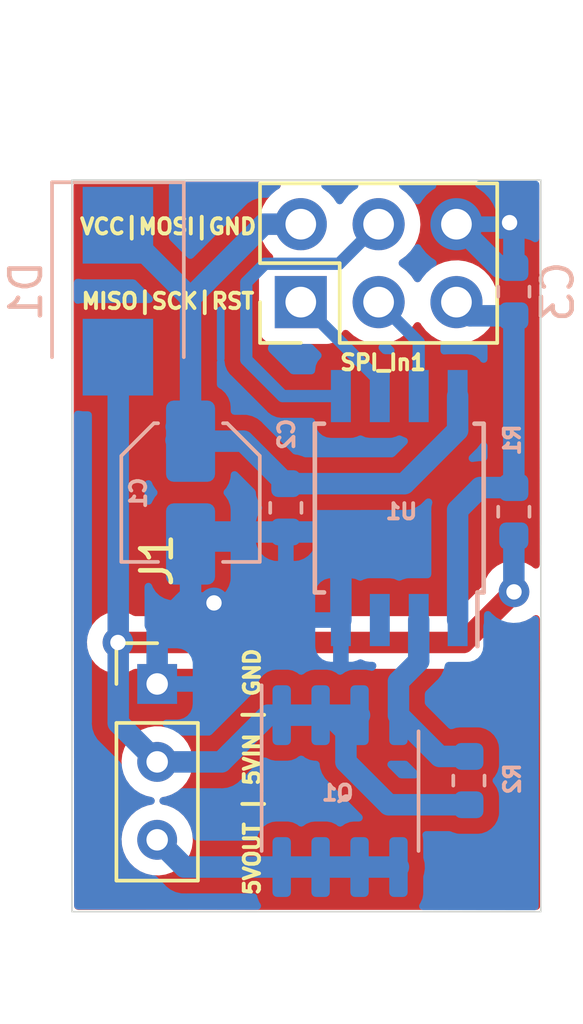
<source format=kicad_pcb>
(kicad_pcb (version 20210722) (generator pcbnew)
  (layers (0 "F.Cu" signal) (31 "B.Cu" signal) (34 "B.Paste" user) (35 "F.Paste" user) (36 "B.SilkS" user "B.Silkscreen") (37 "F.SilkS" user "F.Silkscreen") (38 "B.Mask" user) (39 "F.Mask" user) (44 "Edge.Cuts" user))
  (net 0 "")
  (net 1 "Net-(C1-Pad1)")
  (net 2 "Net-(J1-Pad3)")
  (net 3 "Net-(SPI_In1-Pad1)")
  (net 4 "Net-(SPI_In1-Pad3)")
  (net 5 "Net-(U1-Pad3)")
  (net 6 "Net-(Q1-Pad2)")
  (net 7 "Net-(SPI_In1-Pad4)")
  (net 8 "GND")
  (net 9 "Net-(C3-Pad1)")
  (net 10 "Net-(D1-Pad2)")
  (footprint "Connector_PinHeader_2.54mm:PinHeader_1x03_P2.54mm_Vertical" (layer "F.Cu") (at 117.0305 95.377)
    (fp_text reference "J1" (at -0.0105 -4.037 90) (layer "F.SilkS"))
    (fp_text value "Conn_01x03")
    (fp_line (start -1.33 1.27) (end 1.33 1.27) (layer "F.SilkS") (width 0.12))
    (fp_line (start -1.33 -1.33) (end 0 -1.33) (layer "F.SilkS") (width 0.12))
    (fp_line (start 1.33 1.27) (end 1.33 6.41) (layer "F.SilkS") (width 0.12))
    (fp_line (start -1.33 0) (end -1.33 -1.33) (layer "F.SilkS") (width 0.12))
    (fp_line (start -1.33 6.41) (end 1.33 6.41) (layer "F.SilkS") (width 0.12))
    (fp_line (start -1.33 1.27) (end -1.33 6.41) (layer "F.SilkS") (width 0.12))
    (pad "1" thru_hole rect locked (at 0 0) (size 1.3 1.3) (drill 0.7) (layers *.Cu *.Mask) (net 8 "GND"))
    (pad "2" thru_hole oval locked (at 0 2.54) (size 1.3 1.3) (drill 0.7) (layers *.Cu *.Mask) (net 10 "Net-(D1-Pad2)"))
    (pad "3" thru_hole oval locked (at 0 5.08) (size 1.3 1.3) (drill 0.7) (layers *.Cu *.Mask) (net 2 "Net-(J1-Pad3)"))
  )
  (footprint "Connector_PinHeader_2.54mm:PinHeader_2x03_P2.54mm_Vertical" (layer "F.Cu") (at 121.7168 82.931 90)
    (fp_text reference "SPI_In1" (at -1.969 2.6832 180) (layer "F.SilkS") (effects (font (size 0.5 0.5) (thickness 0.125))))
    (fp_text value "Conn_02x03_Odd_Even")
    (fp_line (start -1.33 0) (end -1.33 -1.33) (layer "F.SilkS") (width 0.12))
    (fp_line (start -1.33 -1.33) (end 0 -1.33) (layer "F.SilkS") (width 0.12))
    (fp_line (start 3.87 -1.33) (end 3.87 6.41) (layer "F.SilkS") (width 0.12))
    (fp_line (start 1.27 1.27) (end 1.27 -1.33) (layer "F.SilkS") (width 0.12))
    (fp_line (start -1.33 1.27) (end 1.27 1.27) (layer "F.SilkS") (width 0.12))
    (fp_line (start -1.33 6.41) (end 3.87 6.41) (layer "F.SilkS") (width 0.12))
    (fp_line (start -1.33 1.27) (end -1.33 6.41) (layer "F.SilkS") (width 0.12))
    (fp_line (start 1.27 -1.33) (end 3.87 -1.33) (layer "F.SilkS") (width 0.12))
    (pad "1" thru_hole rect locked (at 0 0 90) (size 1.7 1.7) (drill 1) (layers *.Cu *.Mask) (net 3 "Net-(SPI_In1-Pad1)"))
    (pad "2" thru_hole oval locked (at 2.54 0 90) (size 1.7 1.7) (drill 1) (layers *.Cu *.Mask) (net 1 "Net-(C1-Pad1)"))
    (pad "3" thru_hole oval locked (at 0 2.54 90) (size 1.7 1.7) (drill 1) (layers *.Cu *.Mask) (net 4 "Net-(SPI_In1-Pad3)"))
    (pad "4" thru_hole oval locked (at 2.54 2.54 90) (size 1.7 1.7) (drill 1) (layers *.Cu *.Mask) (net 7 "Net-(SPI_In1-Pad4)"))
    (pad "5" thru_hole oval locked (at 0 5.08 90) (size 1.7 1.7) (drill 1) (layers *.Cu *.Mask) (net 9 "Net-(C3-Pad1)"))
    (pad "6" thru_hole oval locked (at 2.54 5.08 90) (size 1.7 1.7) (drill 1) (layers *.Cu *.Mask) (net 8 "GND"))
  )
  (footprint "Package_SO:SOIC-8_3.9x4.9mm_P1.27mm" (layer "B.Cu") (at 122.9995 98.8695 -90)
    (fp_text reference "Q1" (at 0.0605 0.0795 180) (layer "B.SilkS") (effects (font (size 0.5 0.5) (thickness 0.125)) (justify mirror)))
    (fp_text value "IRF7204_jandevalua")
    (fp_line (start 0 2.56) (end -3.45 2.56) (layer "B.SilkS") (width 0.12))
    (fp_line (start 0 -2.56) (end 1.95 -2.56) (layer "B.SilkS") (width 0.12))
    (fp_line (start 0 2.56) (end 1.95 2.56) (layer "B.SilkS") (width 0.12))
    (fp_line (start 0 -2.56) (end -1.95 -2.56) (layer "B.SilkS") (width 0.12))
    (pad "1" smd roundrect locked (at -2.475 0.635 270) (size 1.95 0.6) (layers "B.Cu" "B.Paste" "B.Mask") (net 10 "Net-(D1-Pad2)"))
    (pad "1" smd roundrect locked (at -2.475 -0.635 270) (size 1.95 0.6) (layers "B.Cu" "B.Paste" "B.Mask") (net 10 "Net-(D1-Pad2)"))
    (pad "1" smd roundrect locked (at -2.475 1.905 270) (size 1.95 0.6) (layers "B.Cu" "B.Paste" "B.Mask") (net 10 "Net-(D1-Pad2)"))
    (pad "2" smd roundrect locked (at -2.475 -1.905 270) (size 1.95 0.6) (layers "B.Cu" "B.Paste" "B.Mask") (net 6 "Net-(Q1-Pad2)"))
    (pad "3" smd roundrect locked (at 2.475 -1.905 270) (size 1.95 0.6) (layers "B.Cu" "B.Paste" "B.Mask") (net 2 "Net-(J1-Pad3)"))
    (pad "3" smd roundrect locked (at 2.475 -0.635 270) (size 1.95 0.6) (layers "B.Cu" "B.Paste" "B.Mask") (net 2 "Net-(J1-Pad3)"))
    (pad "3" smd roundrect locked (at 2.475 1.905 270) (size 1.95 0.6) (layers "B.Cu" "B.Paste" "B.Mask") (net 2 "Net-(J1-Pad3)"))
    (pad "3" smd roundrect locked (at 2.475 0.635 270) (size 1.95 0.6) (layers "B.Cu" "B.Paste" "B.Mask") (net 2 "Net-(J1-Pad3)"))
  )
  (footprint "Resistor_SMD:R_0603_1608Metric" (layer "B.Cu") (at 128.669514 89.763375 90)
    (fp_text reference "R1" (at 2.3402 -0.0536 90) (layer "B.SilkS") (effects (font (size 0.5 0.5) (thickness 0.125)) (justify mirror)))
    (fp_text value "5.6K")
    (fp_line (start -0.162779 -0.51) (end 0.162779 -0.51) (layer "B.SilkS") (width 0.12))
    (fp_line (start -0.162779 0.51) (end 0.162779 0.51) (layer "B.SilkS") (width 0.12))
    (pad "1" smd roundrect locked (at -0.7875 0 90) (size 0.875 0.95) (layers "B.Cu" "B.Paste" "B.Mask") (net 10 "Net-(D1-Pad2)"))
    (pad "2" smd roundrect locked (at 0.7875 0 90) (size 0.875 0.95) (layers "B.Cu" "B.Paste" "B.Mask") (net 9 "Net-(C3-Pad1)"))
  )
  (footprint "Resistor_SMD:R_0603_1608Metric" (layer "B.Cu") (at 127.2032 98.5266 -90)
    (fp_text reference "R2" (at -0.0566 -1.4168 90) (layer "B.SilkS") (effects (font (size 0.5 0.5) (thickness 0.125)) (justify mirror)))
    (fp_text value "5.6K")
    (fp_line (start -0.162779 0.51) (end 0.162779 0.51) (layer "B.SilkS") (width 0.12))
    (fp_line (start -0.162779 -0.51) (end 0.162779 -0.51) (layer "B.SilkS") (width 0.12))
    (pad "1" smd roundrect locked (at -0.7875 0 270) (size 0.875 0.95) (layers "B.Cu" "B.Paste" "B.Mask") (net 6 "Net-(Q1-Pad2)"))
    (pad "2" smd roundrect locked (at 0.7875 0 270) (size 0.875 0.95) (layers "B.Cu" "B.Paste" "B.Mask") (net 10 "Net-(D1-Pad2)"))
  )
  (footprint "Package_SO:SOIJ-8_5.3x5.3mm_P1.27mm" (layer "B.Cu") (at 124.930312 89.643416 90)
    (fp_text reference "U1" (at -0.1142 0.072 180) (layer "B.SilkS") (effects (font (size 0.5 0.5) (thickness 0.125)) (justify mirror)))
    (fp_text value "ATtiny13A-SU")
    (fp_line (start -2.75 2.755) (end -2.75 2.55) (layer "B.SilkS") (width 0.15))
    (fp_line (start 2.75 2.755) (end 2.75 2.455) (layer "B.SilkS") (width 0.15))
    (fp_line (start -2.75 -2.755) (end -2.75 -2.455) (layer "B.SilkS") (width 0.15))
    (fp_line (start 2.75 -2.755) (end 2.75 -2.455) (layer "B.SilkS") (width 0.15))
    (fp_line (start -2.75 2.55) (end -4.5 2.55) (layer "B.SilkS") (width 0.15))
    (fp_line (start -2.75 -2.755) (end 2.75 -2.755) (layer "B.SilkS") (width 0.15))
    (fp_line (start -2.75 2.755) (end 2.75 2.755) (layer "B.SilkS") (width 0.15))
    (pad "1" smd rect locked (at -3.65 1.905 90) (size 1.7 0.65) (layers "B.Cu" "B.Paste" "B.Mask") (net 9 "Net-(C3-Pad1)"))
    (pad "2" smd rect locked (at -3.65 0.635 90) (size 1.7 0.65) (layers "B.Cu" "B.Paste" "B.Mask") (net 6 "Net-(Q1-Pad2)"))
    (pad "3" smd rect locked (at -3.65 -0.635 90) (size 1.7 0.65) (layers "B.Cu" "B.Paste" "B.Mask") (net 5 "Net-(U1-Pad3)"))
    (pad "4" smd rect locked (at -3.65 -1.905 90) (size 1.7 0.65) (layers "B.Cu" "B.Paste" "B.Mask") (net 8 "GND"))
    (pad "5" smd rect locked (at 3.65 -1.905 90) (size 1.7 0.65) (layers "B.Cu" "B.Paste" "B.Mask") (net 7 "Net-(SPI_In1-Pad4)"))
    (pad "6" smd rect locked (at 3.65 -0.635 90) (size 1.7 0.65) (layers "B.Cu" "B.Paste" "B.Mask") (net 3 "Net-(SPI_In1-Pad1)"))
    (pad "7" smd rect locked (at 3.65 0.635 90) (size 1.7 0.65) (layers "B.Cu" "B.Paste" "B.Mask") (net 4 "Net-(SPI_In1-Pad3)"))
    (pad "8" smd rect locked (at 3.65 1.905 90) (size 1.7 0.65) (layers "B.Cu" "B.Paste" "B.Mask") (net 1 "Net-(C1-Pad1)"))
  )
  (footprint "Capacitor_SMD:C_0603_1608Metric" (layer "B.Cu") (at 121.229135 89.635867 -90)
    (fp_text reference "C2" (at -2.3987 -0.0236 90) (layer "B.SilkS") (effects (font (size 0.5 0.5) (thickness 0.125)) (justify mirror)))
    (fp_text value "0.1")
    (fp_line (start -0.162779 0.51) (end 0.162779 0.51) (layer "B.SilkS") (width 0.12))
    (fp_line (start -0.162779 -0.51) (end 0.162779 -0.51) (layer "B.SilkS") (width 0.12))
    (pad "1" smd roundrect locked (at -0.7875 0 270) (size 0.875 0.95) (layers "B.Cu" "B.Paste" "B.Mask") (net 1 "Net-(C1-Pad1)"))
    (pad "2" smd roundrect locked (at 0.7875 0 270) (size 0.875 0.95) (layers "B.Cu" "B.Paste" "B.Mask") (net 8 "GND"))
  )
  (footprint "Capacitor_SMD:C_0603_1608Metric" (layer "B.Cu") (at 128.67 82.59 90)
    (fp_text reference "C3" (at 0 1.43 90) (layer "B.SilkS") (effects (justify mirror)))
    (fp_text value "0.01")
    (fp_line (start -0.162779 -0.51) (end 0.162779 -0.51) (layer "B.SilkS") (width 0.12))
    (fp_line (start -0.162779 0.51) (end 0.162779 0.51) (layer "B.SilkS") (width 0.12))
    (pad "1" smd roundrect locked (at -0.7875 0 90) (size 0.875 0.95) (layers "B.Cu" "B.Paste" "B.Mask") (net 9 "Net-(C3-Pad1)"))
    (pad "2" smd roundrect locked (at 0.7875 0 90) (size 0.875 0.95) (layers "B.Cu" "B.Paste" "B.Mask") (net 8 "GND"))
  )
  (footprint "Diode_SMD:D_SMB" (layer "B.Cu") (at 115.75 82.575 -90)
    (fp_text reference "D1" (at 0 3 90) (layer "B.SilkS") (effects (justify mirror)))
    (fp_text value "D")
    (fp_line (start -3.55 -2.15) (end 2.15 -2.15) (layer "B.SilkS") (width 0.12))
    (fp_line (start -3.55 2.15) (end -3.55 -2.15) (layer "B.SilkS") (width 0.12))
    (fp_line (start -3.55 2.15) (end 2.15 2.15) (layer "B.SilkS") (width 0.12))
    (pad "1" smd rect locked (at -2.15 0 270) (size 2.5 2.3) (layers "B.Cu" "B.Paste" "B.Mask") (net 1 "Net-(C1-Pad1)"))
    (pad "2" smd rect locked (at 2.15 0 270) (size 2.5 2.3) (layers "B.Cu" "B.Paste" "B.Mask") (net 10 "Net-(D1-Pad2)"))
  )
  (footprint "Capacitor_SMD:C_Elec_4x5.4" (layer "B.Cu") (at 118.119675 89.138517 -90)
    (fp_text reference "C1" (at 0.0168 1.704 90) (layer "B.SilkS") (effects (font (size 0.5 0.5) (thickness 0.125)) (justify mirror)))
    (fp_text value "10")
    (fp_line (start 2.26 -2.26) (end 2.26 -1.06) (layer "B.SilkS") (width 0.12))
    (fp_line (start -1.195563 -2.26) (end 2.26 -2.26) (layer "B.SilkS") (width 0.12))
    (fp_line (start -1.195563 2.26) (end 2.26 2.26) (layer "B.SilkS") (width 0.12))
    (fp_line (start -2.26 -1.195563) (end -1.195563 -2.26) (layer "B.SilkS") (width 0.12))
    (fp_line (start -2.26 -1.195563) (end -2.26 -1.06) (layer "B.SilkS") (width 0.12))
    (fp_line (start -2.26 1.195563) (end -2.26 1.06) (layer "B.SilkS") (width 0.12))
    (fp_line (start -2.26 1.195563) (end -1.195563 2.26) (layer "B.SilkS") (width 0.12))
    (fp_line (start 2.26 2.26) (end 2.26 1.06) (layer "B.SilkS") (width 0.12))
    (pad "1" smd roundrect locked (at -1.675 0 270) (size 2.65 1.6) (layers "B.Cu" "B.Paste" "B.Mask") (roundrect_rratio 0.15625) (net 1 "Net-(C1-Pad1)"))
    (pad "2" smd roundrect locked (at 1.675 0 270) (size 2.65 1.6) (layers "B.Cu" "B.Paste" "B.Mask") (roundrect_rratio 0.15625) (net 8 "GND"))
  )
  (gr_rect (start 114.25 78.95) (end 129.55 102.8) (layer "Edge.Cuts") (width 0.05) (fill none))
  (gr_text "MISO|SCK|RST" (at 117.38 82.9) (layer "F.SilkS") (effects (font (size 0.5 0.5) (thickness 0.125))))
  (gr_text "5VOUT | 5VIN | GND" (at 120.13 98.24 90) (layer "F.SilkS") (effects (font (size 0.5 0.5) (thickness 0.125))))
  (gr_text "VCC|MOSI|GND" (at 117.39 80.47) (layer "F.SilkS") (effects (font (size 0.5 0.5) (thickness 0.125))))
  (segment (start 121.7168 80.391) (end 120.514719 80.391) (width 0.7) (layer "B.Cu") (net 1))
  (segment (start 117.65 86.993842) (end 118.119675 87.463517) (width 0.7) (layer "B.Cu") (net 1))
  (segment (start 119.844285 87.463517) (end 121.229135 88.848367) (width 0.7) (layer "B.Cu") (net 1))
  (segment (start 118.119675 82.786044) (end 120.514719 80.391) (width 0.7) (layer "B.Cu") (net 1))
  (segment (start 125.096633 88.848367) (end 126.835312 87.109688) (width 0.7) (layer "B.Cu") (net 1))
  (segment (start 118.119675 82.794675) (end 117.65 82.325) (width 0.7) (layer "B.Cu") (net 1))
  (segment (start 118.119675 87.463517) (end 119.844285 87.463517) (width 0.7) (layer "B.Cu") (net 1))
  (segment (start 126.835312 85.993416) (end 126.835312 87.109688) (width 0.7) (layer "B.Cu") (net 1))
  (segment (start 117.645 87.43) (end 117.678517 87.463517) (width 0.7) (layer "B.Cu") (net 1))
  (segment (start 117.678517 87.463517) (end 118.119675 87.463517) (width 0.7) (layer "B.Cu") (net 1))
  (segment (start 117.65 82.325) (end 115.75 80.425) (width 0.7) (layer "B.Cu") (net 1))
  (segment (start 118.119675 87.463517) (end 118.119675 82.794675) (width 0.7) (layer "B.Cu") (net 1))
  (segment (start 118.119675 82.794675) (end 118.119675 82.786044) (width 0.7) (layer "B.Cu") (net 1))
  (segment (start 121.229135 88.848367) (end 125.096633 88.848367) (width 0.7) (layer "B.Cu") (net 1))
  (segment (start 124.9045 101.3445) (end 123.255 101.3445) (width 0.7) (layer "B.Cu") (net 2))
  (segment (start 123.255 101.3445) (end 122.3645 101.3445) (width 0.7) (layer "B.Cu") (net 2))
  (segment (start 122.3645 101.3445) (end 121.0945 101.3445) (width 0.7) (layer "B.Cu") (net 2))
  (segment (start 121.0945 101.3445) (end 117.918 101.3445) (width 0.7) (layer "B.Cu") (net 2))
  (segment (start 117.918 101.3445) (end 117.0305 100.457) (width 0.7) (layer "B.Cu") (net 2))
  (segment (start 121.7168 82.931) (end 124.295312 85.509512) (width 0.4) (layer "B.Cu") (net 3))
  (segment (start 124.295312 85.509512) (end 124.295312 85.993416) (width 0.4) (layer "B.Cu") (net 3))
  (segment (start 124.2568 82.931) (end 125.565312 84.239512) (width 0.4) (layer "B.Cu") (net 4))
  (segment (start 125.565312 84.239512) (end 125.565312 85.993416) (width 0.4) (layer "B.Cu") (net 4))
  (segment (start 126.2491 97.7391) (end 124.9045 96.3945) (width 0.7) (layer "B.Cu") (net 6))
  (segment (start 124.9045 95.2955) (end 125.565312 94.634688) (width 0.7) (layer "B.Cu") (net 6))
  (segment (start 125.565312 94.634688) (end 125.565312 93.293416) (width 0.7) (layer "B.Cu") (net 6))
  (segment (start 127.2032 97.7391) (end 126.2491 97.7391) (width 0.7) (layer "B.Cu") (net 6))
  (segment (start 124.9045 96.3945) (end 124.9045 95.2955) (width 0.7) (layer "B.Cu") (net 6))
  (segment (start 121.125616 85.993416) (end 123.025312 85.993416) (width 0.4) (layer "B.Cu") (net 7))
  (segment (start 119.9388 84.8066) (end 121.125616 85.993416) (width 0.4) (layer "B.Cu") (net 7))
  (segment (start 119.9388 82.288998) (end 119.9388 84.8066) (width 0.4) (layer "B.Cu") (net 7))
  (segment (start 124.2568 80.391) (end 122.966801 81.680999) (width 0.4) (layer "B.Cu") (net 7))
  (segment (start 120.546799 81.680999) (end 119.9388 82.288998) (width 0.4) (layer "B.Cu") (net 7))
  (segment (start 122.966801 81.680999) (end 120.546799 81.680999) (width 0.4) (layer "B.Cu") (net 7))
  (segment (start 121.2088 92.7354) (end 128.53 85.4142) (width 0.7) (layer "F.Cu") (net 8))
  (segment (start 118.8846 92.7354) (end 121.2088 92.7354) (width 0.7) (layer "F.Cu") (net 8))
  (segment (start 128.53 85.4142) (end 128.53 80.34) (width 0.7) (layer "F.Cu") (net 8))
  (segment (start 118.8212 92.7354) (end 118.8846 92.7354) (width 0.7) (layer "F.Cu") (net 8))
  (via (at 118.8846 92.7354) (size 1) (drill 0.5) (layers "F.Cu" "B.Cu") (net 8))
  (via (at 128.53 80.34) (size 1) (drill 0.5) (layers "F.Cu" "B.Cu") (net 8))
  (segment (start 128.53 81.6625) (end 128.67 81.8025) (width 0.4) (layer "B.Cu") (net 8))
  (segment (start 117.8846 92.7354) (end 118.8846 92.7354) (width 0.7) (layer "B.Cu") (net 8))
  (segment (start 118.509825 90.423367) (end 118.119675 90.813517) (width 0.7) (layer "B.Cu") (net 8))
  (segment (start 128.67 80.48) (end 128.53 80.34) (width 0.7) (layer "B.Cu") (net 8))
  (segment (start 123.025312 93.293416) (end 123.025312 90.575312) (width 0.7) (layer "B.Cu") (net 8))
  (segment (start 128.67 81.8025) (end 128.2083 81.8025) (width 0.7) (layer "B.Cu") (net 8))
  (segment (start 122.873367 90.423367) (end 121.229135 90.423367) (width 0.7) (layer "B.Cu") (net 8))
  (segment (start 123.025312 90.575312) (end 122.873367 90.423367) (width 0.7) (layer "B.Cu") (net 8))
  (segment (start 117.65 92.97) (end 117.8846 92.7354) (width 0.7) (layer "B.Cu") (net 8))
  (segment (start 128.2083 81.8025) (end 126.7968 80.391) (width 0.7) (layer "B.Cu") (net 8))
  (segment (start 128.67 81.8025) (end 128.67 80.48) (width 0.7) (layer "B.Cu") (net 8))
  (segment (start 121.229135 90.423367) (end 118.509825 90.423367) (width 0.7) (layer "B.Cu") (net 8))
  (segment (start 118.119675 90.813517) (end 118.119675 92.500325) (width 0.7) (layer "B.Cu") (net 8))
  (segment (start 117.0305 95.377) (end 117.0305 93.5895) (width 0.7) (layer "B.Cu") (net 8))
  (segment (start 117.0305 93.5895) (end 117.65 92.97) (width 0.7) (layer "B.Cu") (net 8))
  (segment (start 118.119675 92.500325) (end 117.8846 92.7354) (width 0.7) (layer "B.Cu") (net 8))
  (segment (start 128.67 83.3775) (end 127.2433 83.3775) (width 0.7) (layer "B.Cu") (net 9))
  (segment (start 128.669514 88.975875) (end 128.669514 83.377986) (width 0.7) (layer "B.Cu") (net 9))
  (segment (start 127.569749 88.975875) (end 128.669514 88.975875) (width 0.7) (layer "B.Cu") (net 9))
  (segment (start 126.835312 89.710312) (end 127.569749 88.975875) (width 0.7) (layer "B.Cu") (net 9))
  (segment (start 128.669514 83.377986) (end 128.67 83.3775) (width 0.7) (layer "B.Cu") (net 9))
  (segment (start 126.835312 93.293416) (end 126.835312 89.710312) (width 0.7) (layer "B.Cu") (net 9))
  (segment (start 127.2433 83.3775) (end 126.7968 82.931) (width 0.7) (layer "B.Cu") (net 9))
  (segment (start 115.75 94.025) (end 127.025 94.025) (width 0.7) (layer "F.Cu") (net 10))
  (segment (start 127.025 94.025) (end 128.675 92.375) (width 0.7) (layer "F.Cu") (net 10))
  (via (at 115.75 94.025) (size 1) (drill 0.5) (layers "F.Cu" "B.Cu") (net 10))
  (via (at 128.675 92.375) (size 1) (drill 0.5) (layers "F.Cu" "B.Cu") (net 10))
  (segment (start 128.669514 90.550875) (end 128.669514 92.369514) (width 0.7) (layer "B.Cu") (net 10))
  (segment (start 117.0305 97.917) (end 115.76 96.6465) (width 0.7) (layer "B.Cu") (net 10))
  (segment (start 128.675 90.556361) (end 128.669514 90.550875) (width 0.4) (layer "B.Cu") (net 10))
  (segment (start 115.76 92.51) (end 115.76 84.735) (width 0.7) (layer "B.Cu") (net 10))
  (segment (start 122.3645 96.3945) (end 122.6645 96.3945) (width 0.7) (layer "B.Cu") (net 10))
  (segment (start 122.6645 96.3945) (end 123.19 96.92) (width 0.7) (layer "B.Cu") (net 10))
  (segment (start 119.4165 97.6265) (end 120.6485 96.3945) (width 0.7) (layer "B.Cu") (net 10))
  (segment (start 115.76 84.735) (end 115.75 84.725) (width 0.7) (layer "B.Cu") (net 10))
  (segment (start 119.126 97.917) (end 119.4165 97.6265) (width 0.7) (layer "B.Cu") (net 10))
  (segment (start 124.5871 99.3141) (end 127.2032 99.3141) (width 0.7) (layer "B.Cu") (net 10))
  (segment (start 123.19 97.917) (end 124.5871 99.3141) (width 0.7) (layer "B.Cu") (net 10))
  (segment (start 117.0305 97.917) (end 119.126 97.917) (width 0.7) (layer "B.Cu") (net 10))
  (segment (start 123.19 96.92) (end 123.19 97.917) (width 0.7) (layer "B.Cu") (net 10))
  (segment (start 115.76 96.6465) (end 115.76 92.51) (width 0.7) (layer "B.Cu") (net 10))
  (segment (start 120.6485 96.3945) (end 123.6345 96.3945) (width 0.7) (layer "B.Cu") (net 10))
  (segment (start 128.669514 92.369514) (end 128.675 92.375) (width 0.7) (layer "B.Cu") (net 10))
  (zone (net 8) (net_name "GND") (layer "F.Cu") (connect_pads yes (clearance 0.508)) (min_thickness 0.254) (fill yes (thermal_gap 0.508) (thermal_bridge_width 0.508))
    (polygon (pts (xy 129.53 102.74) (xy 114.32 102.74) (xy 114.3 79) (xy 129.5 79)))
  )
  (zone (net 0) (net_name "") (layer "B.Cu") (connect_pads yes (clearance 0.508)) (min_thickness 0.254) (fill yes (thermal_gap 0.508) (thermal_bridge_width 0.508))
    (polygon (pts (xy 129.48 102.75) (xy 114.32 102.73) (xy 114.31 79.01) (xy 129.5 79)))
  )
  (zone (net 8) (net_name "GND") (layer "B.Cu") (connect_pads (clearance 0.508)) (min_thickness 0.254) (fill yes (thermal_gap 0.508) (thermal_bridge_width 0.508))
    (polygon (pts (xy 129.47 102.75) (xy 114.32 102.73) (xy 114.31 79.01) (xy 129.5 78.97)))
  )
)
</source>
